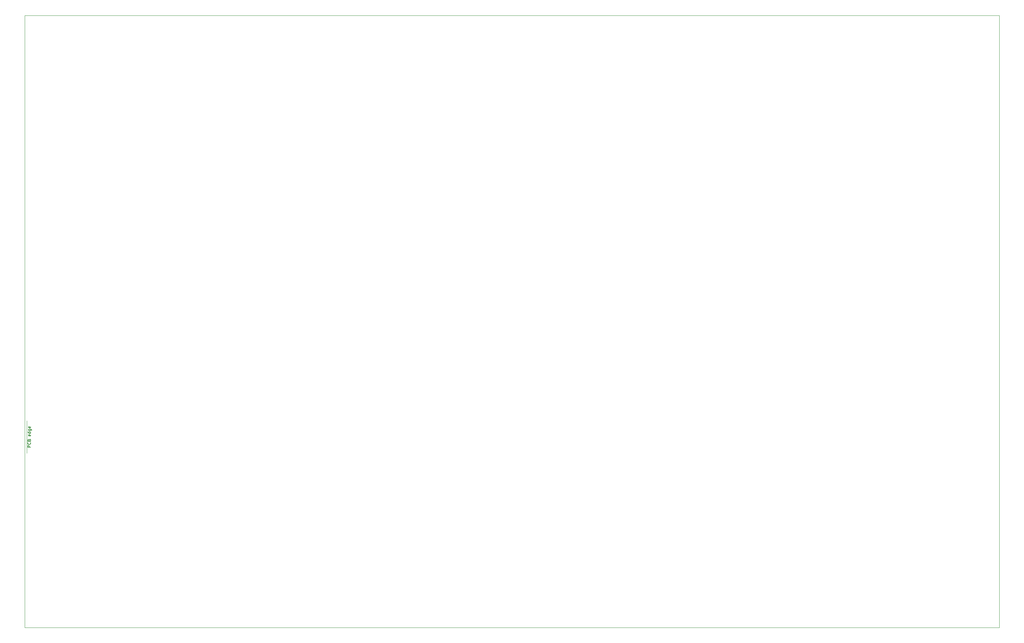
<source format=gbr>
G04 #@! TF.GenerationSoftware,KiCad,Pcbnew,5.1.6-c6e7f7d~87~ubuntu18.04.1*
G04 #@! TF.CreationDate,2020-08-14T22:16:59+05:30*
G04 #@! TF.ProjectId,Aardonyx,41617264-6f6e-4797-982e-6b696361645f,v1.0*
G04 #@! TF.SameCoordinates,Original*
G04 #@! TF.FileFunction,OtherDrawing,Comment*
%FSLAX46Y46*%
G04 Gerber Fmt 4.6, Leading zero omitted, Abs format (unit mm)*
G04 Created by KiCad (PCBNEW 5.1.6-c6e7f7d~87~ubuntu18.04.1) date 2020-08-14 22:16:59*
%MOMM*%
%LPD*%
G01*
G04 APERTURE LIST*
G04 #@! TA.AperFunction,Profile*
%ADD10C,0.100000*%
G04 #@! TD*
%ADD11C,0.100000*%
%ADD12C,0.150000*%
G04 APERTURE END LIST*
D10*
X43561000Y-162560000D02*
X43561000Y-11684000D01*
X283824680Y-162562540D02*
X43561000Y-162557460D01*
X283824680Y-11684000D02*
X283824680Y-162560000D01*
X43561000Y-11684000D02*
X283824680Y-11684000D01*
D11*
X44129600Y-111595800D02*
X44129600Y-119595800D01*
D12*
X45068885Y-118149371D02*
X44318885Y-118149371D01*
X44318885Y-117863657D01*
X44354600Y-117792228D01*
X44390314Y-117756514D01*
X44461742Y-117720800D01*
X44568885Y-117720800D01*
X44640314Y-117756514D01*
X44676028Y-117792228D01*
X44711742Y-117863657D01*
X44711742Y-118149371D01*
X44997457Y-116970800D02*
X45033171Y-117006514D01*
X45068885Y-117113657D01*
X45068885Y-117185085D01*
X45033171Y-117292228D01*
X44961742Y-117363657D01*
X44890314Y-117399371D01*
X44747457Y-117435085D01*
X44640314Y-117435085D01*
X44497457Y-117399371D01*
X44426028Y-117363657D01*
X44354600Y-117292228D01*
X44318885Y-117185085D01*
X44318885Y-117113657D01*
X44354600Y-117006514D01*
X44390314Y-116970800D01*
X44676028Y-116399371D02*
X44711742Y-116292228D01*
X44747457Y-116256514D01*
X44818885Y-116220800D01*
X44926028Y-116220800D01*
X44997457Y-116256514D01*
X45033171Y-116292228D01*
X45068885Y-116363657D01*
X45068885Y-116649371D01*
X44318885Y-116649371D01*
X44318885Y-116399371D01*
X44354600Y-116327942D01*
X44390314Y-116292228D01*
X44461742Y-116256514D01*
X44533171Y-116256514D01*
X44604600Y-116292228D01*
X44640314Y-116327942D01*
X44676028Y-116399371D01*
X44676028Y-116649371D01*
X45033171Y-115042228D02*
X45068885Y-115113657D01*
X45068885Y-115256514D01*
X45033171Y-115327942D01*
X44961742Y-115363657D01*
X44676028Y-115363657D01*
X44604600Y-115327942D01*
X44568885Y-115256514D01*
X44568885Y-115113657D01*
X44604600Y-115042228D01*
X44676028Y-115006514D01*
X44747457Y-115006514D01*
X44818885Y-115363657D01*
X45068885Y-114363657D02*
X44318885Y-114363657D01*
X45033171Y-114363657D02*
X45068885Y-114435085D01*
X45068885Y-114577942D01*
X45033171Y-114649371D01*
X44997457Y-114685085D01*
X44926028Y-114720800D01*
X44711742Y-114720800D01*
X44640314Y-114685085D01*
X44604600Y-114649371D01*
X44568885Y-114577942D01*
X44568885Y-114435085D01*
X44604600Y-114363657D01*
X44568885Y-113685085D02*
X45176028Y-113685085D01*
X45247457Y-113720800D01*
X45283171Y-113756514D01*
X45318885Y-113827942D01*
X45318885Y-113935085D01*
X45283171Y-114006514D01*
X45033171Y-113685085D02*
X45068885Y-113756514D01*
X45068885Y-113899371D01*
X45033171Y-113970800D01*
X44997457Y-114006514D01*
X44926028Y-114042228D01*
X44711742Y-114042228D01*
X44640314Y-114006514D01*
X44604600Y-113970800D01*
X44568885Y-113899371D01*
X44568885Y-113756514D01*
X44604600Y-113685085D01*
X45033171Y-113042228D02*
X45068885Y-113113657D01*
X45068885Y-113256514D01*
X45033171Y-113327942D01*
X44961742Y-113363657D01*
X44676028Y-113363657D01*
X44604600Y-113327942D01*
X44568885Y-113256514D01*
X44568885Y-113113657D01*
X44604600Y-113042228D01*
X44676028Y-113006514D01*
X44747457Y-113006514D01*
X44818885Y-113363657D01*
M02*

</source>
